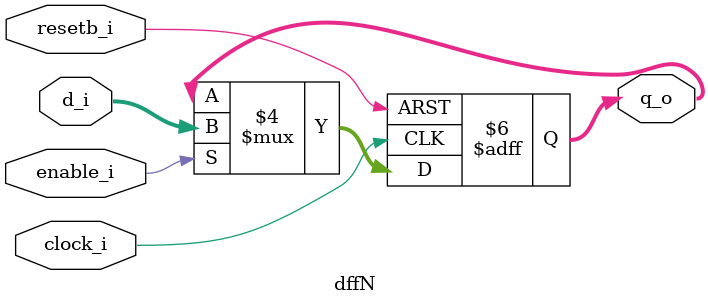
<source format=sv>
`timescale 1ns/1ps
module dffN #(parameter N = 64) (
input logic clock_i , resetb_i, enable_i ,
input logic[N-1:0] d_i,
output logic[N-1:0] q_o
);

always_ff @( posedge clock_i or negedge resetb_i )
begin :seq_0
if ( resetb_i == 0)
    q_o <= 0;
else if (enable_i == 1)
    q_o <= d_i ;
end : seq_0
endmodule : dffN

</source>
